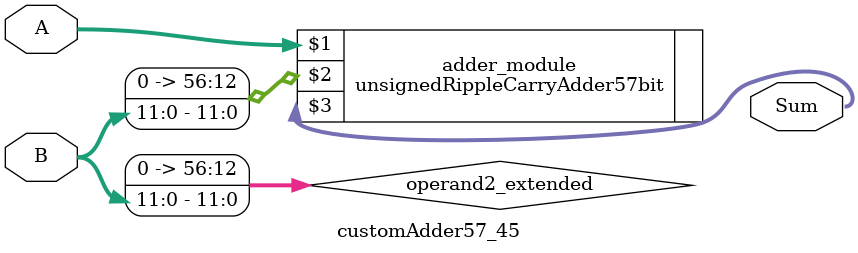
<source format=v>
module customAdder57_45(
                        input [56 : 0] A,
                        input [11 : 0] B,
                        
                        output [57 : 0] Sum
                );

        wire [56 : 0] operand2_extended;
        
        assign operand2_extended =  {45'b0, B};
        
        unsignedRippleCarryAdder57bit adder_module(
            A,
            operand2_extended,
            Sum
        );
        
        endmodule
        
</source>
